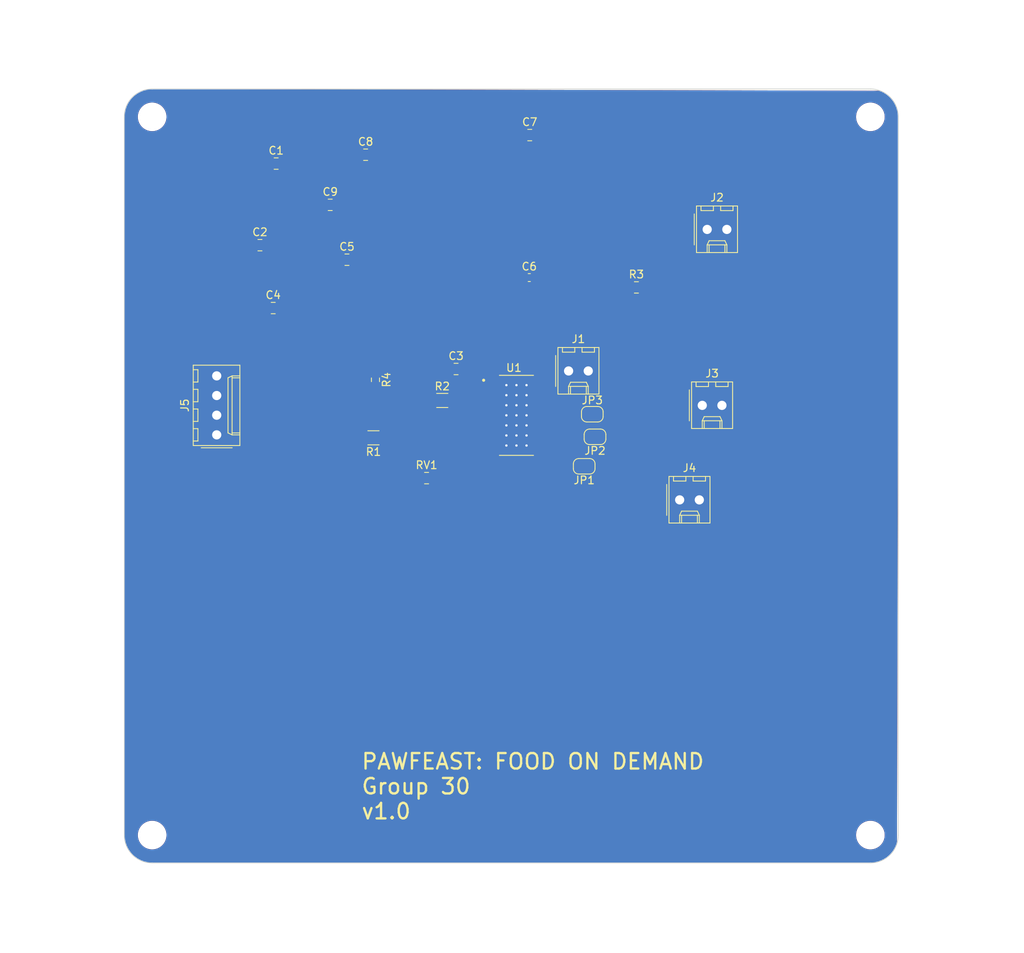
<source format=kicad_pcb>
(kicad_pcb (version 20240108) (generator "pcbnew") (generator_version "8.0")
  (title_block (title "Motor Driver") (date "2025-03-12") (rev "1.0") (company "ECE 445: Senior Capstone") (comment 1 "Designed By: Arash Amiri and Omkar Kulkarni"))
  (layers (0 "F.Cu" signal) (31 "B.Cu" signal) (34 "B.Paste" user) (35 "F.Paste" user) (36 "B.SilkS" user "B.Silkscreen") (37 "F.SilkS" user "F.Silkscreen") (38 "B.Mask" user) (39 "F.Mask" user) (44 "Edge.Cuts" user))
  (net 0 "")
  (net 1 "GND")
  (net 2 "+12V")
  (net 3 "Net-(U1-CP2)")
  (net 4 "Net-(U1-CP1)")
  (net 5 "Net-(U1-VCP)")
  (net 6 "+3V3")
  (net 7 "/DIR")
  (net 8 "/STP")
  (net 9 "+5V")
  (net 10 "Net-(J5-Pin_2)")
  (net 11 "Net-(J5-Pin_4)")
  (net 12 "Net-(J5-Pin_1)")
  (net 13 "Net-(J5-Pin_3)")
  (net 14 "Net-(U1-ISENB)")
  (net 15 "Net-(U1-ISENA)")
  (net 16 "Net-(JP3-B)")
  (net 17 "Net-(U1-AVREF)")
  (net 18 "Net-(JP1-B)")
  (net 19 "Net-(JP2-B)")
  (net 20 "Net-(JP3-A)")
  (footprint "Connector_Molex:Molex_KK-254_AE-6410-02A_1x02_P2.54mm_Vertical" (layer "F.Cu") (at 161.163 46.355)
    (property "Reference" "J2" (at 1.27 -4.12 0) (layer "F.SilkS"))
    (property "Value" "Conn_01x02")
    (fp_line (start -1.67 -2) (end -1.67 2) (stroke (width 0.12)) (layer "F.SilkS"))
    (fp_line (start -1.38 -3.03) (end -1.38 2.99) (stroke (width 0.12)) (layer "F.SilkS"))
    (fp_line (start -1.38 2.99) (end 3.92 2.99) (stroke (width 0.12)) (layer "F.SilkS"))
    (fp_line (start -0.8 -3.03) (end -0.8 -2.43) (stroke (width 0.12)) (layer "F.SilkS"))
    (fp_line (start -0.8 -2.43) (end 0.8 -2.43) (stroke (width 0.12)) (layer "F.SilkS"))
    (fp_line (start 0 1.99) (end 0.25 1.46) (stroke (width 0.12)) (layer "F.SilkS"))
    (fp_line (start 0 1.99) (end 2.54 1.99) (stroke (width 0.12)) (layer "F.SilkS"))
    (fp_line (start 0 2.99) (end 0 1.99) (stroke (width 0.12)) (layer "F.SilkS"))
    (fp_line (start 0.25 1.46) (end 2.29 1.46) (stroke (width 0.12)) (layer "F.SilkS"))
    (fp_line (start 0.25 2.99) (end 0.25 1.99) (stroke (width 0.12)) (layer "F.SilkS"))
    (fp_line (start 0.8 -2.43) (end 0.8 -3.03) (stroke (width 0.12)) (layer "F.SilkS"))
    (fp_line (start 1.74 -3.03) (end 1.74 -2.43) (stroke (width 0.12)) (layer "F.SilkS"))
    (fp_line (start 1.74 -2.43) (end 3.34 -2.43) (stroke (width 0.12)) (layer "F.SilkS"))
    (fp_line (start 2.29 1.46) (end 2.54 1.99) (stroke (width 0.12)) (layer "F.SilkS"))
    (fp_line (start 2.29 2.99) (end 2.29 1.99) (stroke (width 0.12)) (layer "F.SilkS"))
    (fp_line (start 2.54 1.99) (end 2.54 2.99) (stroke (width 0.12)) (layer "F.SilkS"))
    (fp_line (start 3.34 -2.43) (end 3.34 -3.03) (stroke (width 0.12)) (layer "F.SilkS"))
    (fp_line (start 3.92 -3.03) (end -1.38 -3.03) (stroke (width 0.12)) (layer "F.SilkS"))
    (fp_line (start 3.92 2.99) (end 3.92 -3.03) (stroke (width 0.12)) (layer "F.SilkS"))
    (pad "1" thru_hole roundrect (at 0 0) (size 1.74 2.19) (drill 1.19) (layers "*.Cu" "*.Mask") (roundrect_rratio 0.143678) (net 9 "+5V"))
    (pad "2" thru_hole oval (at 2.54 0) (size 1.74 2.19) (drill 1.19) (layers "*.Cu" "*.Mask") (net 1 "GND"))
  )
  (footprint "DRV8825:IC_TPS61196PWPRQ1" (layer "F.Cu") (at 136.519 70.377)
    (property "Reference" "U1" (at -0.325 -6.135 0) (layer "F.SilkS"))
    (property "Value" "DRV8825PWPR")
    (fp_line (start -2.2 -5.17) (end 2.2 -5.17) (stroke (width 0.127)) (layer "F.SilkS"))
    (fp_line (start -2.2 5.17) (end 2.2 5.17) (stroke (width 0.127)) (layer "F.SilkS"))
    (fp_circle (center -4.24 -4.535) (end -4.14 -4.535) (stroke (width 0.2)) (fill none) (layer "F.SilkS"))
    (pad "1" smd rect (at -2.8 -4.225) (size 1.6 0.3) (layers "F.Cu") (net 4 "Net-(U1-CP1)"))
    (pad "2" smd rect (at -2.8 -3.575) (size 1.6 0.3) (layers "F.Cu") (net 3 "Net-(U1-CP2)"))
    (pad "3" smd rect (at -2.8 -2.925) (size 1.6 0.3) (layers "F.Cu") (net 5 "Net-(U1-VCP)"))
    (pad "4" smd rect (at -2.8 -2.275) (size 1.6 0.3) (layers "F.Cu") (net 2 "+12V"))
    (pad "5" smd rect (at -2.8 -1.625) (size 1.6 0.3) (layers "F.Cu") (net 12 "Net-(J5-Pin_1)"))
    (pad "6" smd rect (at -2.8 -0.975) (size 1.6 0.3) (layers "F.Cu") (net 15 "Net-(U1-ISENA)"))
    (pad "7" smd rect (at -2.8 -0.325) (size 1.6 0.3) (layers "F.Cu") (net 10 "Net-(J5-Pin_2)"))
    (pad "8" smd rect (at -2.8 0.325) (size 1.6 0.3) (layers "F.Cu") (net 11 "Net-(J5-Pin_4)"))
    (pad "9" smd rect (at -2.8 0.975) (size 1.6 0.3) (layers "F.Cu") (net 14 "Net-(U1-ISENB)"))
    (pad "10" smd rect (at -2.8 1.625) (size 1.6 0.3) (layers "F.Cu") (net 13 "Net-(J5-Pin_3)"))
    (pad "11" smd rect (at -2.8 2.275) (size 1.6 0.3) (layers "F.Cu") (net 2 "+12V"))
    (pad "12" smd rect (at -2.8 2.925) (size 1.6 0.3) (layers "F.Cu") (net 17 "Net-(U1-AVREF)"))
    (pad "13" smd rect (at -2.8 3.575) (size 1.6 0.3) (layers "F.Cu") (net 17 "Net-(U1-AVREF)"))
    (pad "14" smd rect (at -2.8 4.225) (size 1.6 0.3) (layers "F.Cu") (net 1 "GND"))
    (pad "15" smd rect (at 2.8 4.225) (size 1.6 0.3) (layers "F.Cu") (net 6 "+3V3"))
    (pad "16" smd rect (at 2.8 3.575) (size 1.6 0.3) (layers "F.Cu") (net 18 "Net-(JP1-B)"))
    (pad "17" smd rect (at 2.8 2.925) (size 1.6 0.3) (layers "F.Cu") (net 19 "Net-(JP2-B)"))
    (pad "18" smd rect (at 2.8 2.275) (size 1.6 0.3) (layers "F.Cu") (net 20 "Net-(JP3-A)"))
    (pad "19" smd rect (at 2.8 1.625) (size 1.6 0.3) (layers "F.Cu"))
    (pad "20" smd rect (at 2.8 0.975) (size 1.6 0.3) (layers "F.Cu") (net 7 "/DIR"))
    (pad "21" smd rect (at 2.8 0.325) (size 1.6 0.3) (layers "F.Cu"))
    (pad "22" smd rect (at 2.8 -0.325) (size 1.6 0.3) (layers "F.Cu") (net 8 "/STP"))
    (pad "23" smd rect (at 2.8 -0.975) (size 1.6 0.3) (layers "F.Cu"))
    (pad "24" smd rect (at 2.8 -1.625) (size 1.6 0.3) (layers "F.Cu"))
    (pad "25" smd rect (at 2.8 -2.275) (size 1.6 0.3) (layers "F.Cu"))
    (pad "26" smd rect (at 2.8 -2.925) (size 1.6 0.3) (layers "F.Cu"))
    (pad "27" smd rect (at 2.8 -3.575) (size 1.6 0.3) (layers "F.Cu"))
    (pad "28" smd rect (at 2.8 -4.225) (size 1.6 0.3) (layers "F.Cu") (net 1 "GND"))
    (pad "29" smd rect (at 0 0) (size 3.4 9.7) (layers "F.Cu"))
    (pad "30" thru_hole circle (at 0 0) (size 0.5 0.5) (drill 0.3) (layers "*.Cu"))
    (pad "31" thru_hole circle (at 0 -1.3) (size 0.5 0.5) (drill 0.3) (layers "*.Cu"))
    (pad "32" thru_hole circle (at 0 -2.6) (size 0.5 0.5) (drill 0.3) (layers "*.Cu"))
    (pad "33" thru_hole circle (at 0 -3.9) (size 0.5 0.5) (drill 0.3) (layers "*.Cu"))
    (pad "34" thru_hole circle (at 0 1.3) (size 0.5 0.5) (drill 0.3) (layers "*.Cu"))
    (pad "35" thru_hole circle (at 0 2.6) (size 0.5 0.5) (drill 0.3) (layers "*.Cu"))
    (pad "36" thru_hole circle (at 0 3.9) (size 0.5 0.5) (drill 0.3) (layers "*.Cu"))
    (pad "37" thru_hole circle (at -1.3 -3.9) (size 0.5 0.5) (drill 0.3) (layers "*.Cu"))
    (pad "38" thru_hole circle (at 1.3 -3.9) (size 0.5 0.5) (drill 0.3) (layers "*.Cu"))
    (pad "39" thru_hole circle (at -1.3 -2.6) (size 0.5 0.5) (drill 0.3) (layers "*.Cu"))
    (pad "40" thru_hole circle (at 1.3 -2.6) (size 0.5 0.5) (drill 0.3) (layers "*.Cu"))
    (pad "41" thru_hole circle (at 1.3 -1.3) (size 0.5 0.5) (drill 0.3) (layers "*.Cu"))
    (pad "42" thru_hole circle (at -1.3 -1.3) (size 0.5 0.5) (drill 0.3) (layers "*.Cu"))
    (pad "43" thru_hole circle (at -1.3 0) (size 0.5 0.5) (drill 0.3) (layers "*.Cu"))
    (pad "44" thru_hole circle (at 1.3 0) (size 0.5 0.5) (drill 0.3) (layers "*.Cu"))
    (pad "45" thru_hole circle (at -1.3 1.3) (size 0.5 0.5) (drill 0.3) (layers "*.Cu"))
    (pad "46" thru_hole circle (at 1.3 1.3) (size 0.5 0.5) (drill 0.3) (layers "*.Cu"))
    (pad "47" thru_hole circle (at -1.3 2.6) (size 0.5 0.5) (drill 0.3) (layers "*.Cu"))
    (pad "48" thru_hole circle (at 1.3 2.6) (size 0.5 0.5) (drill 0.3) (layers "*.Cu"))
    (pad "49" thru_hole circle (at -1.3 3.9) (size 0.5 0.5) (drill 0.3) (layers "*.Cu"))
    (pad "50" thru_hole circle (at 1.3 3.9) (size 0.5 0.5) (drill 0.3) (layers "*.Cu"))
  )
  (footprint "Capacitor_SMD:C_0805_2012Metric" (layer "F.Cu") (at 105.471 37.846)
    (property "Reference" "C1" (at 0 -1.68 0) (layer "F.SilkS"))
    (property "Value" "33uF")
    (fp_line (start -0.261252 -0.735) (end 0.261252 -0.735) (stroke (width 0.12)) (layer "F.SilkS"))
    (fp_line (start -0.261252 0.735) (end 0.261252 0.735) (stroke (width 0.12)) (layer "F.SilkS"))
    (pad "1" smd roundrect (at -0.95 0) (size 1 1.45) (layers "F.Cu" "F.Paste" "F.Mask") (net 2 "+12V"))
    (pad "2" smd roundrect (at 0.95 0) (size 1 1.45) (layers "F.Cu" "F.Paste" "F.Mask") (net 1 "GND"))
  )
  (footprint "Capacitor_SMD:C_0805_2012Metric" (layer "F.Cu") (at 103.378 48.387)
    (property "Reference" "C2" (at 0 -1.68 0) (layer "F.SilkS"))
    (property "Value" "33uF")
    (fp_line (start -0.261252 -0.735) (end 0.261252 -0.735) (stroke (width 0.12)) (layer "F.SilkS"))
    (fp_line (start -0.261252 0.735) (end 0.261252 0.735) (stroke (width 0.12)) (layer "F.SilkS"))
    (pad "1" smd roundrect (at -0.95 0) (size 1 1.45) (layers "F.Cu" "F.Paste" "F.Mask") (net 2 "+12V"))
    (pad "2" smd roundrect (at 0.95 0) (size 1 1.45) (layers "F.Cu" "F.Paste" "F.Mask") (net 1 "GND"))
  )
  (footprint "Capacitor_SMD:C_0805_2012Metric" (layer "F.Cu") (at 112.456 43.18)
    (property "Reference" "C9" (at 0 -1.68 0) (layer "F.SilkS"))
    (property "Value" "0.47uF")
    (fp_line (start -0.261252 -0.735) (end 0.261252 -0.735) (stroke (width 0.12)) (layer "F.SilkS"))
    (fp_line (start -0.261252 0.735) (end 0.261252 0.735) (stroke (width 0.12)) (layer "F.SilkS"))
    (pad "1" smd roundrect (at -0.95 0) (size 1 1.45) (layers "F.Cu" "F.Paste" "F.Mask") (net 1 "GND"))
    (pad "2" smd roundrect (at 0.95 0) (size 1 1.45) (layers "F.Cu" "F.Paste" "F.Mask") (net 6 "+3V3"))
  )
  (footprint "Jumper:SolderJumper-2_P1.3mm_Bridged_RoundedPad1.0x1.5mm" (layer "F.Cu") (at 145.273 76.962 180)
    (property "Reference" "JP1" (at 0 -1.8 360) (layer "F.SilkS"))
    (property "Value" "SolderJumper_2_Bridged")
    (fp_poly (pts (xy 0.25 -0.3) (xy -0.25 -0.3) (xy -0.25 0.3) (xy 0.25 0.3)) (fill solid) (layer "F.Cu"))
    (fp_line (start 1.4 -0.3) (end 1.4 0.3) (stroke (width 0.12)) (layer "F.SilkS"))
    (fp_line (start 0.7 1) (end -0.7 1) (stroke (width 0.12)) (layer "F.SilkS"))
    (fp_line (start -0.7 -1) (end 0.7 -1) (stroke (width 0.12)) (layer "F.SilkS"))
    (fp_line (start -1.4 0.3) (end -1.4 -0.3) (stroke (width 0.12)) (layer "F.SilkS"))
    (fp_arc (start 1.4 0.3) (mid 1.194975 0.794975) (end 0.7 1) (stroke (width 0.12)) (layer "F.SilkS"))
    (fp_arc (start 0.7 -1) (mid 1.194975 -0.794975) (end 1.4 -0.3) (stroke (width 0.12)) (layer "F.SilkS"))
    (fp_arc (start -0.7 1) (mid -1.194975 0.794975) (end -1.4 0.3) (stroke (width 0.12)) (layer "F.SilkS"))
    (fp_arc (start -1.4 -0.3) (mid -1.194975 -0.794975) (end -0.7 -1) (stroke (width 0.12)) (layer "F.SilkS"))
    (pad "1" smd custom (at -0.65 0 180) (size 1 0.5) (layers "F.Cu" "F.Mask") (net 9 "+5V") (options (clearance outline) (anchor rect)) (primitives (gr_circle (center 0 0.25) (end 0.5 0.25) (width 0) (fill yes)) (gr_circle (center 0 -0.25) (end 0.5 -0.25) (width 0) (fill yes)) (gr_poly (pts (xy 0.5 0.75) (xy 0 0.75) (xy 0 -0.75) (xy 0.5 -0.75)) (width 0) (fill yes))))
    (pad "2" smd custom (at 0.65 0 180) (size 1 0.5) (layers "F.Cu" "F.Mask") (net 18 "Net-(JP1-B)") (options (clearance outline) (anchor rect)) (primitives (gr_circle (center 0 0.25) (end 0.5 0.25) (width 0) (fill yes)) (gr_circle (center 0 -0.25) (end 0.5 -0.25) (width 0) (fill yes)) (gr_poly (pts (xy 0 0.75) (xy -0.5 0.75) (xy -0.5 -0.75) (xy 0 -0.75)) (width 0) (fill yes))))
  )
  (footprint "Capacitor_SMD:C_0805_2012Metric" (layer "F.Cu") (at 105.09 56.515)
    (property "Reference" "C4" (at 0 -1.68 0) (layer "F.SilkS"))
    (property "Value" "0.1uF")
    (fp_line (start -0.261252 -0.735) (end 0.261252 -0.735) (stroke (width 0.12)) (layer "F.SilkS"))
    (fp_line (start -0.261252 0.735) (end 0.261252 0.735) (stroke (width 0.12)) (layer "F.SilkS"))
    (pad "1" smd roundrect (at -0.95 0) (size 1 1.45) (layers "F.Cu" "F.Paste" "F.Mask") (net 2 "+12V"))
    (pad "2" smd roundrect (at 0.95 0) (size 1 1.45) (layers "F.Cu" "F.Paste" "F.Mask") (net 5 "Net-(U1-VCP)"))
  )
  (footprint "Resistor_SMD:R_0603_1608Metric" (layer "F.Cu") (at 118.301 65.786 -90)
    (property "Reference" "R4" (at 0 -1.43 90) (layer "F.SilkS"))
    (property "Value" "1M")
    (fp_line (start -0.237258 0.5225) (end 0.237258 0.5225) (stroke (width 0.12)) (layer "F.SilkS"))
    (fp_line (start -0.237258 -0.5225) (end 0.237258 -0.5225) (stroke (width 0.12)) (layer "F.SilkS"))
    (pad "1" smd roundrect (at -0.825 0 270) (size 0.8 0.95) (layers "F.Cu" "F.Paste" "F.Mask") (net 5 "Net-(U1-VCP)"))
    (pad "2" smd roundrect (at 0.825 0 270) (size 0.8 0.95) (layers "F.Cu" "F.Paste" "F.Mask") (net 2 "+12V"))
  )
  (footprint "Jumper:SolderJumper-2_P1.3mm_Bridged_RoundedPad1.0x1.5mm" (layer "F.Cu") (at 146.319 70.231)
    (property "Reference" "JP3" (at 0 -1.8 0) (layer "F.SilkS"))
    (property "Value" "SolderJumper_2_Bridged")
    (fp_poly (pts (xy 0.25 -0.3) (xy -0.25 -0.3) (xy -0.25 0.3) (xy 0.25 0.3)) (fill solid) (layer "F.Cu"))
    (fp_line (start -1.4 0.3) (end -1.4 -0.3) (stroke (width 0.12)) (layer "F.SilkS"))
    (fp_line (start -0.7 -1) (end 0.7 -1) (stroke (width 0.12)) (layer "F.SilkS"))
    (fp_line (start 0.7 1) (end -0.7 1) (stroke (width 0.12)) (layer "F.SilkS"))
    (fp_line (start 1.4 -0.3) (end 1.4 0.3) (stroke (width 0.12)) (layer "F.SilkS"))
    (fp_arc (start -1.4 -0.3) (mid -1.194975 -0.794975) (end -0.7 -1) (stroke (width 0.12)) (layer "F.SilkS"))
    (fp_arc (start -0.7 1) (mid -1.194975 0.794975) (end -1.4 0.3) (stroke (width 0.12)) (layer "F.SilkS"))
    (fp_arc (start 0.7 -1) (mid 1.194975 -0.794975) (end 1.4 -0.3) (stroke (width 0.12)) (layer "F.SilkS"))
    (fp_arc (start 1.4 0.3) (mid 1.194975 0.794975) (end 0.7 1) (stroke (width 0.12)) (layer "F.SilkS"))
    (pad "1" smd custom (at -0.65 0) (size 1 0.5) (layers "F.Cu" "F.Mask") (net 20 "Net-(JP3-A)") (options (clearance outline) (anchor rect)) (primitives (gr_circle (center 0 0.25) (end 0.5 0.25) (width 0) (fill yes)) (gr_circle (center 0 -0.25) (end 0.5 -0.25) (width 0) (fill yes)) (gr_poly (pts (xy 0.5 0.75) (xy 0 0.75) (xy 0 -0.75) (xy 0.5 -0.75)) (width 0) (fill yes))))
    (pad "2" smd custom (at 0.65 0) (size 1 0.5) (layers "F.Cu" "F.Mask") (net 16 "Net-(JP3-B)") (options (clearance outline) (anchor rect)) (primitives (gr_circle (center 0 0.25) (end 0.5 0.25) (width 0) (fill yes)) (gr_circle (center 0 -0.25) (end 0.5 -0.25) (width 0) (fill yes)) (gr_poly (pts (xy 0 0.75) (xy -0.5 0.75) (xy -0.5 -0.75) (xy 0 -0.75)) (width 0) (fill yes))))
  )
  (footprint "Capacitor_SMD:C_0805_2012Metric" (layer "F.Cu") (at 138.237 34.163)
    (property "Reference" "C7" (at 0 -1.68 0) (layer "F.SilkS"))
    (property "Value" "0.1uF")
    (fp_line (start -0.261252 -0.735) (end 0.261252 -0.735) (stroke (width 0.12)) (layer "F.SilkS"))
    (fp_line (start -0.261252 0.735) (end 0.261252 0.735) (stroke (width 0.12)) (layer "F.SilkS"))
    (pad "1" smd roundrect (at -0.95 0) (size 1 1.45) (layers "F.Cu" "F.Paste" "F.Mask") (net 2 "+12V"))
    (pad "2" smd roundrect (at 0.95 0) (size 1 1.45) (layers "F.Cu" "F.Paste" "F.Mask") (net 1 "GND"))
  )
  (footprint "Jumper:SolderJumper-2_P1.3mm_Bridged_RoundedPad1.0x1.5mm" (layer "F.Cu") (at 146.67 73.152 180)
    (property "Reference" "JP2" (at 0 -1.8 360) (layer "F.SilkS"))
    (property "Value" "SolderJumper_2_Bridged")
    (fp_poly (pts (xy 0.25 -0.3) (xy -0.25 -0.3) (xy -0.25 0.3) (xy 0.25 0.3)) (fill solid) (layer "F.Cu"))
    (fp_line (start 1.4 -0.3) (end 1.4 0.3) (stroke (width 0.12)) (layer "F.SilkS"))
    (fp_line (start 0.7 1) (end -0.7 1) (stroke (width 0.12)) (layer "F.SilkS"))
    (fp_line (start -0.7 -1) (end 0.7 -1) (stroke (width 0.12)) (layer "F.SilkS"))
    (fp_line (start -1.4 0.3) (end -1.4 -0.3) (stroke (width 0.12)) (layer "F.SilkS"))
    (fp_arc (start 1.4 0.3) (mid 1.194975 0.794975) (end 0.7 1) (stroke (width 0.12)) (layer "F.SilkS"))
    (fp_arc (start 0.7 -1) (mid 1.194975 -0.794975) (end 1.4 -0.3) (stroke (width 0.12)) (layer "F.SilkS"))
    (fp_arc (start -0.7 1) (mid -1.194975 0.794975) (end -1.4 0.3) (stroke (width 0.12)) (layer "F.SilkS"))
    (fp_arc (start -1.4 -0.3) (mid -1.194975 -0.794975) (end -0.7 -1) (stroke (width 0.12)) (layer "F.SilkS"))
    (pad "1" smd custom (at -0.65 0 180) (size 1 0.5) (layers "F.Cu" "F.Mask") (net 9 "+5V") (options (clearance outline) (anchor rect)) (primitives (gr_circle (center 0 0.25) (end 0.5 0.25) (width 0) (fill yes)) (gr_circle (center 0 -0.25) (end 0.5 -0.25) (width 0) (fill yes)) (gr_poly (pts (xy 0.5 0.75) (xy 0 0.75) (xy 0 -0.75) (xy 0.5 -0.75)) (width 0) (fill yes))))
    (pad "2" smd custom (at 0.65 0 180) (size 1 0.5) (layers "F.Cu" "F.Mask") (net 19 "Net-(JP2-B)") (options (clearance outline) (anchor rect)) (primitives (gr_circle (center 0 0.25) (end 0.5 0.25) (width 0) (fill yes)) (gr_circle (center 0 -0.25) (end 0.5 -0.25) (width 0) (fill yes)) (gr_poly (pts (xy 0 0.75) (xy -0.5 0.75) (xy -0.5 -0.75) (xy 0 -0.75)) (width 0) (fill yes))))
  )
  (footprint "Connector_Molex:Molex_KK-254_AE-6410-04A_1x04_P2.54mm_Vertical" (layer "F.Cu") (at 97.79 72.898 90)
    (property "Reference" "J5" (at 3.81 -4.12 90) (layer "F.SilkS"))
    (property "Value" "Conn_01x04")
    (fp_line (start 9 -3.03) (end -1.38 -3.03) (stroke (width 0.12)) (layer "F.SilkS"))
    (fp_line (start 6.82 -3.03) (end 6.82 -2.43) (stroke (width 0.12)) (layer "F.SilkS"))
    (fp_line (start 4.28 -3.03) (end 4.28 -2.43) (stroke (width 0.12)) (layer "F.SilkS"))
    (fp_line (start 1.74 -3.03) (end 1.74 -2.43) (stroke (width 0.12)) (layer "F.SilkS"))
    (fp_line (start -0.8 -3.03) (end -0.8 -2.43) (stroke (width 0.12)) (layer "F.SilkS"))
    (fp_line (start -1.38 -3.03) (end -1.38 2.99) (stroke (width 0.12)) (layer "F.SilkS"))
    (fp_line (start 8.42 -2.43) (end 8.42 -3.03) (stroke (width 0.12)) (layer "F.SilkS"))
    (fp_line (start 6.82 -2.43) (end 8.42 -2.43) (stroke (width 0.12)) (layer "F.SilkS"))
    (fp_line (start 5.88 -2.43) (end 5.88 -3.03) (stroke (width 0.12)) (layer "F.SilkS"))
    (fp_line (start 4.28 -2.43) (end 5.88 -2.43) (stroke (width 0.12)) (layer "F.SilkS"))
    (fp_line (start 3.34 -2.43) (end 3.34 -3.03) (stroke (width 0.12)) (layer "F.SilkS"))
    (fp_line (start 1.74 -2.43) (end 3.34 -2.43) (stroke (width 0.12)) (layer "F.SilkS"))
    (fp_line (start 0.8 -2.43) (end 0.8 -3.03) (stroke (width 0.12)) (layer "F.SilkS"))
    (fp_line (start -0.8 -2.43) (end 0.8 -2.43) (stroke (width 0.12)) (layer "F.SilkS"))
    (fp_line (start -1.67 -2) (end -1.67 2) (stroke (width 0.12)) (layer "F.SilkS"))
    (fp_line (start 7.37 1.46) (end 7.62 1.99) (stroke (width 0.12)) (layer "F.SilkS"))
    (fp_line (start 0.25 1.46) (end 7.37 1.46) (stroke (width 0.12)) (layer "F.SilkS"))
    (fp_line (start 7.62 1.99) (end 7.62 2.99) (stroke (width 0.12)) (layer "F.SilkS"))
    (fp_line (start 0 1.99) (end 0.25 1.46) (stroke (width 0.12)) (layer "F.SilkS"))
    (fp_line (start 0 1.99) (end 7.62 1.99) (stroke (width 0.12)) (layer "F.SilkS"))
    (fp_line (start 9 2.99) (end 9 -3.03) (stroke (width 0.12)) (layer "F.SilkS"))
    (fp_line (start 7.37 2.99) (end 7.37 1.99) (stroke (width 0.12)) (layer "F.SilkS"))
    (fp_line (start 0.25 2.99) (end 0.25 1.99) (stroke (width 0.12)) (layer "F.SilkS"))
    (fp_line (start 0 2.99) (end 0 1.99) (stroke (width 0.12)) (layer "F.SilkS"))
    (fp_line (start -1.38 2.99) (end 9 2.99) (stroke (width 0.12)) (layer "F.SilkS"))
    (pad "1" thru_hole roundrect (at 0 0 90) (size 1.74 2.19) (drill 1.19) (layers "*.Cu" "*.Mask") (roundrect_rratio 0.143678) (net 12 "Net-(J5-Pin_1)"))
    (pad "2" thru_hole oval (at 2.54 0 90) (size 1.74 2.19) (drill 1.19) (layers "*.Cu" "*.Mask") (net 10 "Net-(J5-Pin_2)"))
    (pad "3" thru_hole oval (at 5.08 0 90) (size 1.74 2.19) (drill 1.19) (layers "*.Cu" "*.Mask") (net 13 "Net-(J5-Pin_3)"))
    (pad "4" thru_hole oval (at 7.62 0 90) (size 1.74 2.19) (drill 1.19) (layers "*.Cu" "*.Mask") (net 11 "Net-(J5-Pin_4)"))
  )
  (footprint "Resistor_SMD:R_1206_3216Metric" (layer "F.Cu") (at 118.0445 73.279 180)
    (property "Reference" "R1" (at 0 -1.82 360) (layer "F.SilkS"))
    (property "Value" "0.10")
    (fp_line (start -0.727064 0.91) (end 0.727064 0.91) (stroke (width 0.12)) (layer "F.SilkS"))
    (fp_line (start -0.727064 -0.91) (end 0.727064 -0.91) (stroke (width 0.12)) (layer "F.SilkS"))
    (pad "1" smd roundrect (at -1.4625 0 180) (size 1.125 1.75) (layers "F.Cu" "F.Paste" "F.Mask") (roundrect_rratio 0.222222) (net 14 "Net-(U1-ISENB)"))
    (pad "2" smd roundrect (at 1.4625 0 180) (size 1.125 1.75) (layers "F.Cu" "F.Paste" "F.Mask") (roundrect_rratio 0.222222) (net 1 "GND"))
  )
  (footprint "Capacitor_SMD:C_0805_2012Metric" (layer "F.Cu") (at 152.019 53.848)
    (property "Reference" "R3" (at 0 -1.68 0) (layer "F.SilkS"))
    (property "Value" "10k")
    (fp_line (start -0.261252 -0.735) (end 0.261252 -0.735) (stroke (width 0.12)) (layer "F.SilkS"))
    (fp_line (start -0.261252 0.735) (end 0.261252 0.735) (stroke (width 0.12)) (layer "F.SilkS"))
    (pad "1" smd roundrect (at -0.95 0) (size 1 1.45) (layers "F.Cu" "F.Paste" "F.Mask") (net 16 "Net-(JP3-B)"))
    (pad "2" smd roundrect (at 0.95 0) (size 1 1.45) (layers "F.Cu" "F.Paste" "F.Mask") (net 9 "+5V"))
  )
  (footprint "Capacitor_SMD:C_0805_2012Metric" (layer "F.Cu") (at 114.62 50.267)
    (property "Reference" "C5" (at 0 -1.68 0) (layer "F.SilkS"))
    (property "Value" "33uF")
    (fp_line (start -0.261252 -0.735) (end 0.261252 -0.735) (stroke (width 0.12)) (layer "F.SilkS"))
    (fp_line (start -0.261252 0.735) (end 0.261252 0.735) (stroke (width 0.12)) (layer "F.SilkS"))
    (pad "1" smd roundrect (at -0.95 0) (size 1 1.45) (layers "F.Cu" "F.Paste" "F.Mask") (net 2 "+12V"))
    (pad "2" smd roundrect (at 0.95 0) (size 1 1.45) (layers "F.Cu" "F.Paste" "F.Mask") (net 1 "GND"))
  )
  (footprint "Capacitor_SMD:C_0805_2012Metric" (layer "F.Cu") (at 124.907 78.486)
    (property "Reference" "RV1" (at 0 -1.68 0) (layer "F.SilkS"))
    (property "Value" "10k")
    (fp_line (start -0.261252 -0.735) (end 0.261252 -0.735) (stroke (width 0.12)) (layer "F.SilkS"))
    (fp_line (start -0.261252 0.735) (end 0.261252 0.735) (stroke (width 0.12)) (layer "F.SilkS"))
    (pad "1" smd roundrect (at -0.95 0) (size 1 1.45) (layers "F.Cu" "F.Paste" "F.Mask") (net 6 "+3V3"))
    (pad "2" smd roundrect (at 0.95 0) (size 1 1.45) (layers "F.Cu" "F.Paste" "F.Mask") (net 17 "Net-(U1-AVREF)"))
  )
  (footprint "MountingHole:MountingHole_3.2mm_M3" (layer "F.Cu") (at 89.45 31.81)
    (property "Reference" "H1" (hide yes))
    (property "Value" "MountingHole")
    (pad "" np_thru_hole circle (at 0 0) (size 3.2 3.2) (drill 3.2) (layers "F&B.Cu" "*.Mask"))
  )
  (footprint "MountingHole:MountingHole_3.2mm_M3" (layer "F.Cu") (at 182.25 124.61)
    (property "Reference" "H4" (hide yes))
    (property "Value" "MountingHole")
    (pad "" np_thru_hole circle (at 0 0) (size 3.2 3.2) (drill 3.2) (layers "F&B.Cu" "*.Mask"))
  )
  (footprint "MountingHole:MountingHole_3.2mm_M3" (layer "F.Cu") (at 89.45 124.61)
    (property "Reference" "H3" (hide yes))
    (property "Value" "MountingHole")
    (pad "" np_thru_hole circle (at 0 0) (size 3.2 3.2) (drill 3.2) (layers "F&B.Cu" "*.Mask"))
  )
  (footprint "Capacitor_SMD:C_0603_1608Metric" (layer "F.Cu") (at 138.176 52.578)
    (property "Reference" "C6" (at 0 -1.43 0) (layer "F.SilkS"))
    (property "Value" "4.7uF")
    (fp_line (start -0.14058 -0.51) (end 0.14058 -0.51) (stroke (width 0.12)) (layer "F.SilkS"))
    (fp_line (start -0.14058 0.51) (end 0.14058 0.51) (stroke (width 0.12)) (layer "F.SilkS"))
    (pad "1" smd roundrect (at -0.775 0) (size 0.9 0.95) (layers "F.Cu" "F.Paste" "F.Mask") (net 2 "+12V"))
    (pad "2" smd roundrect (at 0.775 0) (size 0.9 0.95) (layers "F.Cu" "F.Paste" "F.Mask") (net 1 "GND"))
  )
  (footprint "Capacitor_SMD:C_0805_2012Metric" (layer "F.Cu") (at 128.717 64.389)
    (property "Reference" "C3" (at 0 -1.68 0) (layer "F.SilkS"))
    (property "Value" "10uF")
    (fp_line (start -0.261252 -0.735) (end 0.261252 -0.735) (stroke (width 0.12)) (layer "F.SilkS"))
    (fp_line (start -0.261252 0.735) (end 0.261252 0.735) (stroke (width 0.12)) (layer "F.SilkS"))
    (pad "1" smd roundrect (at -0.95 0) (size 1 1.45) (layers "F.Cu" "F.Paste" "F.Mask") (net 4 "Net-(U1-CP1)"))
    (pad "2" smd roundrect (at 0.95 0) (size 1 1.45) (layers "F.Cu" "F.Paste" "F.Mask") (net 3 "Net-(U1-CP2)"))
  )
  (footprint "Connector_Molex:Molex_KK-254_AE-6410-02A_1x02_P2.54mm_Vertical" (layer "F.Cu") (at 160.528 69.088)
    (property "Reference" "J3" (at 1.27 -4.12 0) (layer "F.SilkS"))
    (property "Value" "Conn_01x02")
    (fp_line (start -1.67 -2) (end -1.67 2) (stroke (width 0.12)) (layer "F.SilkS"))
    (fp_line (start -1.38 -3.03) (end -1.38 2.99) (stroke (width 0.12)) (layer "F.SilkS"))
    (fp_line (start -1.38 2.99) (end 3.92 2.99) (stroke (width 0.12)) (layer "F.SilkS"))
    (fp_line (start -0.8 -3.03) (end -0.8 -2.43) (stroke (width 0.12)) (layer "F.SilkS"))
    (fp_line (start -0.8 -2.43) (end 0.8 -2.43) (stroke (width 0.12)) (layer "F.SilkS"))
    (fp_line (start 0 1.99) (end 0.25 1.46) (stroke (width 0.12)) (layer "F.SilkS"))
    (fp_line (start 0 1.99) (end 2.54 1.99) (stroke (width 0.12)) (layer "F.SilkS"))
    (fp_line (start 0 2.99) (end 0 1.99) (stroke (width 0.12)) (layer "F.SilkS"))
    (fp_line (start 0.25 1.46) (end 2.29 1.46) (stroke (width 0.12)) (layer "F.SilkS"))
    (fp_line (start 0.25 2.99) (end 0.25 1.99) (stroke (width 0.12)) (layer "F.SilkS"))
    (fp_line (start 0.8 -2.43) (end 0.8 -3.03) (stroke (width 0.12)) (layer "F.SilkS"))
    (fp_line (start 1.74 -3.03) (end 1.74 -2.43) (stroke (width 0.12)) (layer "F.SilkS"))
    (fp_line (start 1.74 -2.43) (end 3.34 -2.43) (stroke (width 0.12)) (layer "F.SilkS"))
    (fp_line (start 2.29 1.46) (end 2.54 1.99) (stroke (width 0.12)) (layer "F.SilkS"))
    (fp_line (start 2.29 2.99) (end 2.29 1.99) (stroke (width 0.12)) (layer "F.SilkS"))
    (fp_line (start 2.54 1.99) (end 2.54 2.99) (stroke (width 0.12)) (layer "F.SilkS"))
    (fp_line (start 3.34 -2.43) (end 3.34 -3.03) (stroke (width 0.12)) (layer "F.SilkS"))
    (fp_line (start 3.92 -3.03) (end -1.38 -3.03) (stroke (width 0.12)) (layer "F.SilkS"))
    (fp_line (start 3.92 2.99) (end 3.92 -3.03) (stroke (width 0.12)) (layer "F.SilkS"))
    (pad "1" thru_hole roundrect (at 0 0) (size 1.74 2.19) (drill 1.19) (layers "*.Cu" "*.Mask") (roundrect_rratio 0.143678) (net 6 "+3V3"))
    (pad "2" thru_hole oval (at 2.54 0) (size 1.74 2.19) (drill 1.19) (layers "*.Cu" "*.Mask") (net 1 "GND"))
  )
  (footprint "Connector_Molex:Molex_KK-254_AE-6410-02A_1x02_P2.54mm_Vertical" (layer "F.Cu") (at 143.256 64.643)
    (property "Reference" "J1" (at 1.27 -4.12 0) (layer "F.SilkS"))
    (property "Value" "Conn_01x02")
    (fp_line (start -1.67 -2) (end -1.67 2) (stroke (width 0.12)) (layer "F.SilkS"))
    (fp_line (start -1.38 -3.03) (end -1.38 2.99) (stroke (width 0.12)) (layer "F.SilkS"))
    (fp_line (start -1.38 2.99) (end 3.92 2.99) (stroke (width 0.12)) (layer "F.SilkS"))
    (fp_line (start -0.8 -3.03) (end -0.8 -2.43) (stroke (width 0.12)) (layer "F.SilkS"))
    (fp_line (start -0.8 -2.43) (end 0.8 -2.43) (stroke (width 0.12)) (layer "F.SilkS"))
    (fp_line (start 0 1.99) (end 0.25 1.46) (stroke (width 0.12)) (layer "F.SilkS"))
    (fp_line (start 0 1.99) (end 2.54 1.99) (stroke (width 0.12)) (layer "F.SilkS"))
    (fp_line (start 0 2.99) (end 0 1.99) (stroke (width 0.12)) (layer "F.SilkS"))
    (fp_line (start 0.25 1.46) (end 2.29 1.46) (stroke (width 0.12)) (layer "F.SilkS"))
    (fp_line (start 0.25 2.99) (end 0.25 1.99) (stroke (width 0.12)) (layer "F.SilkS"))
    (fp_line (start 0.8 -2.43) (end 0.8 -3.03) (stroke (width 0.12)) (layer "F.SilkS"))
    (fp_line (start 1.74 -3.03) (end 1.74 -2.43) (stroke (width 0.12)) (layer "F.SilkS"))
    (fp_line (start 1.74 -2.43) (end 3.34 -2.43) (stroke (width 0.12)) (layer "F.SilkS"))
    (fp_line (start 2.29 1.46) (end 2.54 1.99) (stroke (width 0.12)) (layer "F.SilkS"))
    (fp_line (start 2.29 2.99) (end 2.29 1.99) (stroke (width 0.12)) (layer "F.SilkS"))
    (fp_line (start 2.54 1.99) (end 2.54 2.99) (stroke (width 0.12)) (layer "F.SilkS"))
    (fp_line (start 3.34 -2.43) (end 3.34 -3.03) (stroke (width 0.12)) (layer "F.SilkS"))
    (fp_line (start 3.92 -3.03) (end -1.38 -3.03) (stroke (width 0.12)) (layer "F.SilkS"))
    (fp_line (start 3.92 2.99) (end 3.92 -3.03) (stroke (width 0.12)) (layer "F.SilkS"))
    (pad "1" thru_hole roundrect (at 0 0) (size 1.74 2.19) (drill 1.19) (layers "*.Cu" "*.Mask") (roundrect_rratio 0.143678) (net 8 "/STP"))
    (pad "2" thru_hole oval (at 2.54 0) (size 1.74 2.19) (drill 1.19) (layers "*.Cu" "*.Mask") (net 7 "/DIR"))
  )
  (footprint "Capacitor_SMD:C_0805_2012Metric" (layer "F.Cu") (at 117.033 36.703)
    (property "Reference" "C8" (at 0 -1.68 0) (layer "F.SilkS"))
    (property "Value" "0.1uF")
    (fp_line (start -0.261252 -0.735) (end 0.261252 -0.735) (stroke (width 0.12)) (layer "F.SilkS"))
    (fp_line (start -0.261252 0.735) (end 0.261252 0.735) (stroke (width 0.12)) (layer "F.SilkS"))
    (pad "1" smd roundrect (at -0.95 0) (size 1 1.45) (layers "F.Cu" "F.Paste" "F.Mask") (net 2 "+12V"))
    (pad "2" smd roundrect (at 0.95 0) (size 1 1.45) (layers "F.Cu" "F.Paste" "F.Mask") (net 1 "GND"))
  )
  (footprint "Resistor_SMD:R_1206_3216Metric" (layer "F.Cu") (at 126.9345 68.453)
    (property "Reference" "R2" (at 0 -1.82 0) (layer "F.SilkS"))
    (property "Value" "0.10")
    (fp_line (start -0.727064 -0.91) (end 0.727064 -0.91) (stroke (width 0.12)) (layer "F.SilkS"))
    (fp_line (start -0.727064 0.91) (end 0.727064 0.91) (stroke (width 0.12)) (layer "F.SilkS"))
    (pad "1" smd roundrect (at -1.4625 0) (size 1.125 1.75) (layers "F.Cu" "F.Paste" "F.Mask") (roundrect_rratio 0.222222) (net 15 "Net-(U1-ISENA)"))
    (pad "2" smd roundrect (at 1.4625 0) (size 1.125 1.75) (layers "F.Cu" "F.Paste" "F.Mask") (roundrect_rratio 0.222222) (net 1 "GND"))
  )
  (footprint "MountingHole:MountingHole_3.2mm_M3" (layer "F.Cu") (at 182.25 31.81)
    (property "Reference" "H2" (hide yes))
    (property "Value" "MountingHole")
    (pad "" np_thru_hole circle (at 0 0) (size 3.2 3.2) (drill 3.2) (layers "F&B.Cu" "*.Mask"))
  )
  (footprint "Connector_Molex:Molex_KK-254_AE-6410-02A_1x02_P2.54mm_Vertical" (layer "F.Cu") (at 157.607 81.3)
    (property "Reference" "J4" (at 1.27 -4.12 0) (layer "F.SilkS"))
    (property "Value" "Conn_01x02")
    (fp_line (start -1.67 -2) (end -1.67 2) (stroke (width 0.12)) (layer "F.SilkS"))
    (fp_line (start -1.38 -3.03) (end -1.38 2.99) (stroke (width 0.12)) (layer "F.SilkS"))
    (fp_line (start -1.38 2.99) (end 3.92 2.99) (stroke (width 0.12)) (layer "F.SilkS"))
    (fp_line (start -0.8 -3.03) (end -0.8 -2.43) (stroke (width 0.12)) (layer "F.SilkS"))
    (fp_line (start -0.8 -2.43) (end 0.8 -2.43) (stroke (width 0.12)) (layer "F.SilkS"))
    (fp_line (start 0 1.99) (end 0.25 1.46) (stroke (width 0.12)) (layer "F.SilkS"))
    (fp_line (start 0 1.99) (end 2.54 1.99) (stroke (width 0.12)) (layer "F.SilkS"))
    (fp_line (start 0 2.99) (end 0 1.99) (stroke (width 0.12)) (layer "F.SilkS"))
    (fp_line (start 0.25 1.46) (end 2.29 1.46) (stroke (width 0.12)) (layer "F.SilkS"))
    (fp_line (start 0.25 2.99) (end 0.25 1.99) (stroke (width 0.12)) (layer "F.SilkS"))
    (fp_line (start 0.8 -2.43) (end 0.8 -3.03) (stroke (width 0.12)) (layer "F.SilkS"))
    (fp_line (start 1.74 -3.03) (end 1.74 -2.43) (stroke (width 0.12)) (layer "F.SilkS"))
    (fp_line (start 1.74 -2.43) (end 3.34 -2.43) (stroke (width 0.12)) (layer "F.SilkS"))
    (fp_line (start 2.29 1.46) (end 2.54 1.99) (stroke (width 0.12)) (layer "F.SilkS"))
    (fp_line (start 2.29 2.99) (end 2.29 1.99) (stroke (width 0.12)) (layer "F.SilkS"))
    (fp_line (start 2.54 1.99) (end 2.54 2.99) (stroke (width 0.12)) (layer "F.SilkS"))
    (fp_line (start 3.34 -2.43) (end 3.34 -3.03) (stroke (width 0.12)) (layer "F.SilkS"))
    (fp_line (start 3.92 -3.03) (end -1.38 -3.03) (stroke (width 0.12)) (layer "F.SilkS"))
    (fp_line (start 3.92 2.99) (end 3.92 -3.03) (stroke (width 0.12)) (layer "F.SilkS"))
    (pad "1" thru_hole roundrect (at 0 0) (size 1.74 2.19) (drill 1.19) (layers "*.Cu" "*.Mask") (roundrect_rratio 0.143678) (net 2 "+12V"))
    (pad "2" thru_hole oval (at 2.54 0) (size 1.74 2.19) (drill 1.19) (layers "*.Cu" "*.Mask") (net 1 "GND"))
  )
  (gr_line (start 185.85 31.81) (end 185.85 124.61) (stroke (width 0.1)) (layer "Edge.Cuts"))
  (gr_line (start 89.45 28.21) (end 182.25 28.21) (stroke (width 0.1)) (layer "Edge.Cuts"))
  (gr_arc (start 185.85 124.61) (mid 184.795584 127.155584) (end 182.25 128.21) (stroke (width 0.1)) (layer "Edge.Cuts"))
  (gr_arc (start 85.85 31.81) (mid 86.904416 29.264416) (end 89.45 28.21) (stroke (width 0.1)) (layer "Edge.Cuts"))
  (gr_arc (start 182.25 28.21) (mid 184.795584 29.264416) (end 185.85 31.81) (stroke (width 0.1)) (layer "Edge.Cuts"))
  (gr_line (start 182.25 128.21) (end 89.45 128.21) (stroke (width 0.1)) (layer "Edge.Cuts"))
  (gr_arc (start 89.45 128.21) (mid 86.904416 127.155584) (end 85.85 124.61) (stroke (width 0.1)) (layer "Edge.Cuts"))
  (gr_line (start 85.85 124.61) (end 85.85 31.81) (stroke (width 0.1)) (layer "Edge.Cuts"))
  (gr_text "PAWFEAST: FOOD ON DEMAND\nGroup 30\nv1.0" (at 116.35 122.71 0) (layer "F.SilkS") (effects (font (size 2 2) (thickness 0.3)) (justify left bottom)))
  (segment (start 157.607 81.3) (end 165.027 73.88) (width 0.508) (layer "F.Cu") (net 2))
  (segment (start 93.78 60.845) (end 93.78 71.355534) (width 0.508) (layer "F.Cu") (net 2))
  (segment (start 93.78 71.355534) (end 97.735466 75.311) (width 0.508) (layer "F.Cu") (net 2))
  (segment (start 128.210342 75.311) (end 130.869342 72.652) (width 0.508) (layer "F.Cu") (net 2))
  (segment (start 119.23 62.075) (end 119.23 65.682) (width 0.508) (layer "F.Cu") (net 2))
  (segment (start 152.211419 32.766) (end 138.684 32.766) (width 0.508) (layer "F.Cu") (net 2))
  (segment (start 137.401 52.578) (end 137.401 34.277) (width 0.508) (layer "F.Cu") (net 2))
  (segment (start 121.542 68.033) (end 115.658 68.033) (width 0.508) (layer "F.Cu") (net 2))
  (segment (start 106.163938 36.203062) (end 115.583062 36.203062) (width 0.508) (layer "F.Cu") (net 2))
  (segment (start 123.571 66.04) (end 123.553 66.022) (width 0.508) (layer "F.Cu") (net 2))
  (segment (start 115.658 68.033) (end 115.6335 68.0085) (width 0.508) (layer "F.Cu") (net 2))
  (segment (start 113.67 56.515) (end 119.23 62.075) (width 0.508) (layer "F.Cu") (net 2))
  (segment (start 133.719 68.102) (end 131.475 68.102) (width 0.508) (layer "F.Cu") (net 2))
  (segment (start 102.428 52.197) (end 93.78 60.845) (width 0.508) (layer "F.Cu") (net 2))
  (segment (start 102.428 54.803) (end 104.14 56.515) (width 0.508) (layer "F.Cu") (net 2))
  (segment (start 113.67 50.267) (end 113.67 56.515) (width 0.508) (layer "F.Cu") (net 2))
  (segment (start 118.301 66.611) (end 119.23 65.682) (width 0.508) (layer "F.Cu") (net 2))
  (segment (start 97.735466 75.311) (end 128.210342 75.311) (width 0.508) (layer "F.Cu") (net 2))
  (segment (start 130.869342 72.652) (end 133.719 72.652) (width 0.508) (layer "F.Cu") (net 2))
  (segment (start 131.475 68.102) (end 129.413 66.04) (width 0.508) (layer "F.Cu") (net 2))
  (segment (start 108.996 45.593) (end 104.521 45.593) (width 0.508) (layer "F.Cu") (net 2))
  (segment (start 138.684 32.766) (end 137.287 34.163) (width 0.508) (layer "F.Cu") (net 2))
  (segment (start 137.401 34.277) (end 137.287 34.163) (width 0.508) (layer "F.Cu") (net 2))
  (segment (start 129.413 66.04) (end 123.571 66.04) (width 0.508) (layer "F.Cu") (net 2))
  (segment (start 123.553 66.022) (end 121.542 68.033) (width 0.508) (layer "F.Cu") (net 2))
  (segment (start 165.027 45.581581) (end 152.211419 32.766) (width 0.508) (layer "F.Cu") (net 2))
  (segment (start 102.428 52.197) (end 102.428 54.803) (width 0.508) (layer "F.Cu") (net 2))
  (segment (start 102.428 48.387) (end 102.428 48.072) (width 0.508) (layer "F.Cu") (net 2))
  (segment (start 104.521 45.979) (end 104.521 45.593) (width 0.508) (layer "F.Cu") (net 2))
  (segment (start 104.14 56.515) (end 107.7595 60.1345) (width 0.508) (layer "F.Cu") (net 2))
  (segment (start 118.301 66.611) (end 118.681 66.611) (width 0.508) (layer "F.Cu") (net 2))
  (segment (start 104.521 45.593) (end 104.521 37.846) (width 0.508) (layer "F.Cu") (net 2))
  (segment (start 115.583062 36.203062) (end 116.083 36.703) (width 0.508) (layer "F.Cu") (net 2))
  (segment (start 113.67 50.267) (end 108.996 45.593) (width 0.508) (layer "F.Cu") (net 2))
  (segment (start 104.521 37.846) (end 106.163938 36.203062) (width 0.508) (layer "F.Cu") (net 2))
  (segment (start 102.428 48.387) (end 102.428 52.197) (width 0.508) (layer "F.Cu") (net 2))
  (segment (start 137.401 52.578) (end 117.607 52.578) (width 0.508) (layer "F.Cu") (net 2))
  (segment (start 117.607 52.578) (end 113.67 56.515) (width 0.508) (layer "F.Cu") (net 2))
  (segment (start 102.428 48.072) (end 104.521 45.979) (width 0.508) (layer "F.Cu") (net 2))
  (segment (start 165.027 73.88) (end 165.027 45.581581) (width 0.508) (layer "F.Cu") (net 2))
  (segment (start 107.7595 60.1345) (end 115.6335 68.0085) (width 0.508) (layer "F.Cu") (net 2))
  (segment (start 132.08 66.802) (end 133.719 66.802) (width 0.254) (layer "F.Cu") (net 3))
  (segment (start 129.667 64.389) (end 132.08 66.802) (width 0.254) (layer "F.Cu") (net 3))
  (segment (start 128.819 63.337) (end 130.904 63.337) (width 0.254) (layer "F.Cu") (net 4))
  (segment (start 127.767 64.389) (end 128.819 63.337) (width 0.254) (layer "F.Cu") (net 4))
  (segment (start 130.904 63.337) (end 133.719 66.152) (width 0.254) (layer "F.Cu") (net 4))
  (segment (start 117.499 65.763) (end 117.499 67.034832) (width 0.254) (layer "F.Cu") (net 5))
  (segment (start 129.667 65.441) (end 131.678 67.452) (width 0.254) (layer "F.Cu") (net 5))
  (segment (start 106.04 56.515) (end 114.486 64.961) (width 0.254) (layer "F.Cu") (net 5))
  (segment (start 117.916168 67.452) (end 121.143 67.452) (width 0.254) (layer "F.Cu") (net 5))
  (segment (start 118.301 64.961) (end 117.499 65.763) (width 0.254) (layer "F.Cu") (net 5))
  (segment (start 123.19 65.405) (end 123.226 65.441) (width 0.254) (layer "F.Cu") (net 5))
  (segment (start 121.143 67.452) (end 123.19 65.405) (width 0.254) (layer "F.Cu") (net 5))
  (segment (start 117.499 67.034832) (end 117.916168 67.452) (width 0.254) (layer "F.Cu") (net 5))
  (segment (start 114.486 64.961) (end 118.301 64.961) (width 0.254) (layer "F.Cu") (net 5))
  (segment (start 131.678 67.452) (end 133.719 67.452) (width 0.254) (layer "F.Cu") (net 5))
  (segment (start 123.226 65.441) (end 129.667 65.441) (width 0.254) (layer "F.Cu") (net 5))
  (segment (start 130.262833 84.791833) (end 131.781833 84.791833) (width 0.508) (layer "F.Cu") (net 6))
  (segment (start 93.072 46.898) (end 107.458 32.512) (width 0.508) (layer "F.Cu") (net 6))
  (segment (start 133.108 98.31) (end 135.878 98.31) (width 0.508) (layer "F.Cu") (net 6))
  (segment (start 135.878 98.31) (end 160.528 73.66) (width 0.508) (layer "F.Cu") (net 6))
  (segment (start 107.458 32.512) (end 118.491 32.512) (width 0.508) (layer "F.Cu") (net 6))
  (segment (start 120.655 81.788) (end 123.957 78.486) (width 0.508) (layer "F.Cu") (net 6))
  (segment (start 118.491 32.512) (end 118.937 32.958) (width 0.508) (layer "F.Cu") (net 6))
  (segment (start 93.072 75.038) (end 93.072 46.898) (width 0.508) (layer "F.Cu") (net 6))
  (segment (start 123.957 78.486) (end 130.262833 84.791833) (width 0.508) (layer "F.Cu") (net 6))
  (segment (start 132.607333 85.617333) (end 132.482909 85.741756) (width 0.508) (layer "F.Cu") (net 6))
  (segment (start 99.822 81.788) (end 93.072 75.038) (width 0.508) (layer "F.Cu") (net 6))
  (segment (start 131.781833 84.791833) (end 132.607333 85.617333) (width 0.508) (layer "F.Cu") (net 6))
  (segment (start 132.482909 85.741756) (end 132.482909 97.684909) (width 0.508) (layer "F.Cu") (net 6))
  (segment (start 139.319 74.602) (end 139.319 78.905665) (width 0.508) (layer "F.Cu") (net 6))
  (segment (start 118.937 32.958) (end 118.937 37.649) (width 0.508) (layer "F.Cu") (net 6))
  (segment (start 99.822 81.788) (end 120.655 81.788) (width 0.508) (layer "F.Cu") (net 6))
  (segment (start 132.482909 97.684909) (end 133.108 98.31) (width 0.508) (layer "F.Cu") (net 6))
  (segment (start 160.528 73.66) (end 160.528 69.088) (width 0.508) (layer "F.Cu") (net 6))
  (segment (start 139.319 78.905665) (end 132.607333 85.617333) (width 0.508) (layer "F.Cu") (net 6))
  (segment (start 99.386466 81.788) (end 99.822 81.788) (width 0.508) (layer "F.Cu") (net 6))
  (segment (start 118.937 37.649) (end 113.406 43.18) (width 0.508) (layer "F.Cu") (net 6))
  (segment (start 140.611 71.352) (end 139.319 71.352) (width 0.254) (layer "F.Cu") (net 7))
  (segment (start 145.796 64.643) (end 145.796 66.167) (width 0.254) (layer "F.Cu") (net 7))
  (segment (start 145.796 66.167) (end 140.611 71.352) (width 0.254) (layer "F.Cu") (net 7))
  (segment (start 143.256 64.643) (end 143.256 67.169) (width 0.254) (layer "F.Cu") (net 8))
  (segment (start 140.373 70.052) (end 139.319 70.052) (width 0.254) (layer "F.Cu") (net 8))
  (segment (start 143.256 67.169) (end 140.373 70.052) (width 0.254) (layer "F.Cu") (net 8))
  (segment (start 152.969 67.503) (end 152.969 53.848) (width 0.508) (layer "F.Cu") (net 9))
  (segment (start 153.83 53.688) (end 161.163 46.355) (width 0.508) (layer "F.Cu") (net 9))
  (segment (start 153.129 53.688) (end 153.83 53.688) (width 0.508) (layer "F.Cu") (net 9))
  (segment (start 147.32 73.152) (end 152.969 67.503) (width 0.508) (layer "F.Cu") (net 9))
  (segment (start 147.32 73.152) (end 147.32 75.565) (width 0.508) (layer "F.Cu") (net 9))
  (segment (start 152.969 53.848) (end 153.129 53.688) (width 0.508) (layer "F.Cu") (net 9))
  (segment (start 147.32 75.565) (end 145.923 76.962) (width 0.508) (layer "F.Cu") (net 9))
  (segment (start 104.013 69.469) (end 98.625 64.081) (width 0.254) (layer "F.Cu") (net 10))
  (segment (start 105.41 70.358) (end 105.029 70.739) (width 0.254) (layer "F.Cu") (net 10))
  (segment (start 129.670526 69.980526) (end 129.288052 70.363) (width 0.254) (layer "F.Cu") (net 10))
  (segment (start 105.029 70.739) (end 104.013 70.739) (width 0.254) (layer "F.Cu") (net 10))
  (segment (start 105.415 70.363) (end 105.41 70.358) (width 0.254) (layer "F.Cu") (net 10))
  (segment (start 129.288052 70.363) (end 105.415 70.363) (width 0.254) (layer "F.Cu") (net 10))
  (segment (start 96.368 64.782186) (end 96.368 68.936) (width 0.254) (layer "F.Cu") (net 10))
  (segment (start 96.368 68.936) (end 97.79 70.358) (width 0.254) (layer "F.Cu") (net 10))
  (segment (start 133.719 70.052) (end 129.742 70.052) (width 0.254) (layer "F.Cu") (net 10))
  (segment (start 97.069186 64.081) (end 96.368 64.782186) (width 0.254) (layer "F.Cu") (net 10))
  (segment (start 104.013 70.739) (end 104.013 69.469) (width 0.254) (layer "F.Cu") (net 10))
  (segment (start 129.742 70.052) (end 129.670526 69.980526) (width 0.254) (layer "F.Cu") (net 10))
  (segment (start 98.625 64.081) (end 97.069186 64.081) (width 0.254) (layer "F.Cu") (net 10))
  (segment (start 128.987104 71.306) (end 103.818 71.306) (width 0.254) (layer "F.Cu") (net 11))
  (segment (start 103.818 71.306) (end 97.79 65.278) (width 0.254) (layer "F.Cu") (net 11))
  (segment (start 129.674052 70.619052) (end 128.987104 71.306) (width 0.254) (layer "F.Cu") (net 11))
  (segment (start 133.719 70.702) (end 129.757 70.702) (width 0.254) (layer "F.Cu") (net 11))
  (segment (start 129.757 70.702) (end 129.674052 70.619052) (width 0.254) (layer "F.Cu") (net 11))
  (segment (start 109.2835 69.7865) (end 102.108 62.611) (width 0.254) (layer "F.Cu") (net 12))
  (segment (start 133.719 68.752) (end 130.775928 68.752) (width 0.254) (layer "F.Cu") (net 12))
  (segment (start 94.361 66.147134) (end 94.361 69.469) (width 0.254) (layer "F.Cu") (net 12))
  (segment (start 97.897134 62.611) (end 94.361 66.147134) (width 0.254) (layer "F.Cu") (net 12))
  (segment (start 109.406 69.909) (end 109.2835 69.7865) (width 0.254) (layer "F.Cu") (net 12))
  (segment (start 130.775928 68.752) (end 129.274928 67.251) (width 0.254) (layer "F.Cu") (net 12))
  (segment (start 124.217072 67.251) (end 121.681572 69.7865) (width 0.254) (layer "F.Cu") (net 12))
  (segment (start 109.2835 69.7865) (end 121.681572 69.7865) (width 0.254) (layer "F.Cu") (net 12))
  (segment (start 102.108 62.611) (end 97.897134 62.611) (width 0.254) (layer "F.Cu") (net 12))
  (segment (start 94.361 69.469) (end 97.79 72.898) (width 0.254) (layer "F.Cu") (net 12))
  (segment (start 129.274928 67.251) (end 124.217072 67.251) (width 0.254) (layer "F.Cu") (net 12))
  (segment (start 97.79 67.818) (end 104.702 74.73) (width 0.254) (layer "F.Cu") (net 13))
  (segment (start 127.254 74.73) (end 129.982 72.002) (width 0.254) (layer "F.Cu") (net 13))
  (segment (start 104.702 74.73) (end 127.254 74.73) (width 0.254) (layer "F.Cu") (net 13))
  (segment (start 129.982 72.002) (end 133.719 72.002) (width 0.254) (layer "F.Cu") (net 13))
  (segment (start 119.507 73.279) (end 128.062948 73.279) (width 0.254) (layer "F.Cu") (net 14))
  (segment (start 128.062948 73.279) (end 129.989948 71.352) (width 0.254) (layer "F.Cu") (net 14))
  (segment (start 129.989948 71.352) (end 133.719 71.352) (width 0.254) (layer "F.Cu") (net 14))
  (segment (start 125.472 68.453) (end 126.869 69.85) (width 0.254) (layer "F.Cu") (net 15))
  (segment (start 129.861 69.402) (end 133.719 69.402) (width 0.254) (layer "F.Cu") (net 15))
  (segment (start 129.54 69.469) (end 129.794 69.469) (width 0.254) (layer "F.Cu") (net 15))
  (segment (start 129.159 69.85) (end 129.54 69.469) (width 0.254) (layer "F.Cu") (net 15))
  (segment (start 126.869 69.85) (end 129.159 69.85) (width 0.254) (layer "F.Cu") (net 15))
  (segment (start 129.794 69.469) (end 129.861 69.402) (width 0.254) (layer "F.Cu") (net 15))
  (segment (start 151.069 66.131) (end 146.969 70.231) (width 0.254) (layer "F.Cu") (net 16))
  (segment (start 151.069 53.848) (end 151.069 66.131) (width 0.254) (layer "F.Cu") (net 16))
  (segment (start 131.041 73.302) (end 133.719 73.302) (width 0.254) (layer "F.Cu") (net 17))
  (segment (start 125.857 78.486) (end 130.175 74.168) (width 0.254) (layer "F.Cu") (net 17))
  (segment (start 130.175 74.168) (end 131.041 73.302) (width 0.254) (layer "F.Cu") (net 17))
  (segment (start 130.391 73.952) (end 133.719 73.952) (width 0.254) (layer "F.Cu") (net 17))
  (segment (start 130.175 74.168) (end 130.391 73.952) (width 0.254) (layer "F.Cu") (net 17))
  (segment (start 141.613 73.952) (end 139.319 73.952) (width 0.254) (layer "F.Cu") (net 18))
  (segment (start 144.623 76.962) (end 141.613 73.952) (width 0.254) (layer "F.Cu") (net 18))
  (segment (start 139.469 73.152) (end 139.319 73.302) (width 0.254) (layer "F.Cu") (net 19))
  (segment (start 146.02 73.152) (end 139.469 73.152) (width 0.254) (layer "F.Cu") (net 19))
  (segment (start 145.669 70.231) (end 143.248 72.652) (width 0.254) (layer "F.Cu") (net 20))
  (segment (start 143.248 72.652) (end 139.319 72.652) (width 0.254) (layer "F.Cu") (net 20))
  (zone (net 1) (net_name "GND") (layer "F.Cu") (connect_pads (clearance 0.508)) (min_thickness 0.25) (fill yes (thermal_gap 0.5) (thermal_bridge_width 0.5))
    (polygon (pts (xy 85.852 28.194) (xy 185.928 28.448) (xy 185.674 128.27) (xy 85.852 128.524)))
  )
  (zone (net 1) (net_name "GND") (layer "B.Cu") (priority 1) (connect_pads (clearance 0.508)) (min_thickness 0.25) (fill yes (thermal_gap 0.5) (thermal_bridge_width 0.5))
    (polygon (pts (xy 85.852 28.194) (xy 185.928 28.448) (xy 185.674 128.27) (xy 85.852 128.524)))
  )
)
</source>
